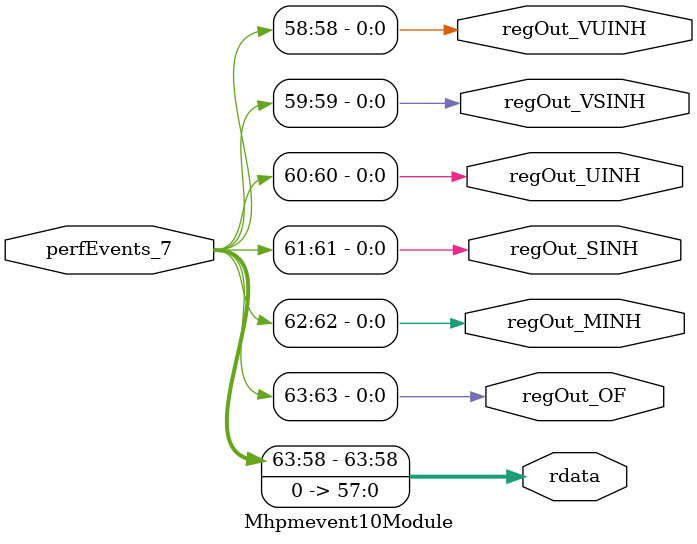
<source format=v>
`ifndef RANDOMIZE
  `ifdef RANDOMIZE_MEM_INIT
    `define RANDOMIZE
  `endif // RANDOMIZE_MEM_INIT
`endif // not def RANDOMIZE
`ifndef RANDOMIZE
  `ifdef RANDOMIZE_REG_INIT
    `define RANDOMIZE
  `endif // RANDOMIZE_REG_INIT
`endif // not def RANDOMIZE
`ifndef RANDOM
  `define RANDOM $random
`endif // not def RANDOM
// Users can define INIT_RANDOM as general code that gets injected into the
// initializer block for modules with registers.
`ifndef INIT_RANDOM
  `define INIT_RANDOM
`endif // not def INIT_RANDOM
// If using random initialization, you can also define RANDOMIZE_DELAY to
// customize the delay used, otherwise 0.002 is used.
`ifndef RANDOMIZE_DELAY
  `define RANDOMIZE_DELAY 0.002
`endif // not def RANDOMIZE_DELAY
// Define INIT_RANDOM_PROLOG_ for use in our modules below.
`ifndef INIT_RANDOM_PROLOG_
  `ifdef RANDOMIZE
    `ifdef VERILATOR
      `define INIT_RANDOM_PROLOG_ `INIT_RANDOM
    `else  // VERILATOR
      `define INIT_RANDOM_PROLOG_ `INIT_RANDOM #`RANDOMIZE_DELAY begin end
    `endif // VERILATOR
  `else  // RANDOMIZE
    `define INIT_RANDOM_PROLOG_
  `endif // RANDOMIZE
`endif // not def INIT_RANDOM_PROLOG_
// Include register initializers in init blocks unless synthesis is set
`ifndef SYNTHESIS
  `ifndef ENABLE_INITIAL_REG_
    `define ENABLE_INITIAL_REG_
  `endif // not def ENABLE_INITIAL_REG_
`endif // not def SYNTHESIS
// Include rmemory initializers in init blocks unless synthesis is set
`ifndef SYNTHESIS
  `ifndef ENABLE_INITIAL_MEM_
    `define ENABLE_INITIAL_MEM_
  `endif // not def ENABLE_INITIAL_MEM_
`endif // not def SYNTHESIS
module Mhpmevent10Module(
  output [63:0] rdata,
  output        regOut_OF,
  output        regOut_MINH,
  output        regOut_SINH,
  output        regOut_UINH,
  output        regOut_VSINH,
  output        regOut_VUINH,
  input  [63:0] perfEvents_7
);

  assign rdata = {perfEvents_7[63:58], 58'h0};
  assign regOut_OF = perfEvents_7[63];
  assign regOut_MINH = perfEvents_7[62];
  assign regOut_SINH = perfEvents_7[61];
  assign regOut_UINH = perfEvents_7[60];
  assign regOut_VSINH = perfEvents_7[59];
  assign regOut_VUINH = perfEvents_7[58];
endmodule


</source>
